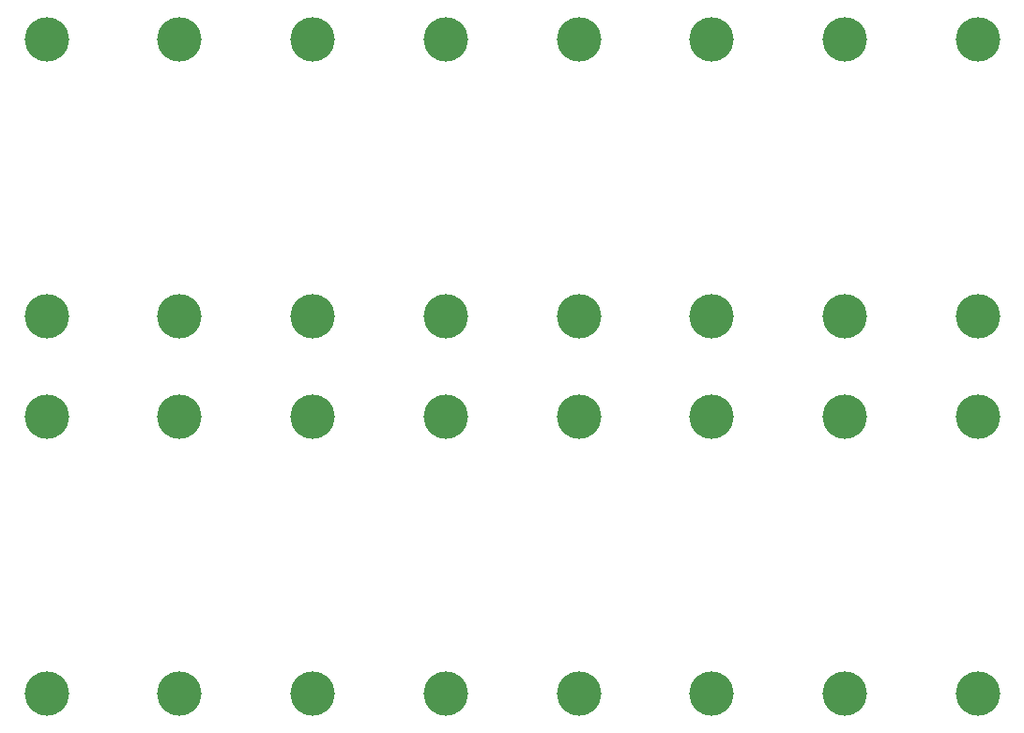
<source format=gbr>
%TF.GenerationSoftware,KiCad,Pcbnew,8.0.2*%
%TF.CreationDate,2024-06-26T22:28:10+07:00*%
%TF.ProjectId,Diode_M7_Panel,44696f64-655f-44d3-975f-50616e656c2e,rev?*%
%TF.SameCoordinates,Original*%
%TF.FileFunction,Soldermask,Bot*%
%TF.FilePolarity,Negative*%
%FSLAX46Y46*%
G04 Gerber Fmt 4.6, Leading zero omitted, Abs format (unit mm)*
G04 Created by KiCad (PCBNEW 8.0.2) date 2024-06-26 22:28:10*
%MOMM*%
%LPD*%
G01*
G04 APERTURE LIST*
%ADD10C,4.000000*%
G04 APERTURE END LIST*
D10*
%TO.C,J2*%
X5000000Y-36500500D03*
%TD*%
%TO.C,J2*%
X41000000Y-70500500D03*
%TD*%
%TO.C,J1*%
X53000000Y-45516125D03*
%TD*%
%TO.C,J2*%
X65000000Y-36500500D03*
%TD*%
%TO.C,J1*%
X65000000Y-11516125D03*
%TD*%
%TO.C,J2*%
X17000000Y-36500500D03*
%TD*%
%TO.C,J1*%
X17000000Y-45516125D03*
%TD*%
%TO.C,J1*%
X77000000Y-45516125D03*
%TD*%
%TO.C,J1*%
X29000000Y-11516125D03*
%TD*%
%TO.C,J1*%
X77000000Y-11516125D03*
%TD*%
%TO.C,J1*%
X29000000Y-45516125D03*
%TD*%
%TO.C,J1*%
X5000000Y-45516125D03*
%TD*%
%TO.C,J1*%
X17000000Y-11516125D03*
%TD*%
%TO.C,J2*%
X5000000Y-70500500D03*
%TD*%
%TO.C,J1*%
X5000000Y-11516125D03*
%TD*%
%TO.C,J1*%
X41000000Y-45516125D03*
%TD*%
%TO.C,J2*%
X77000000Y-36500500D03*
%TD*%
%TO.C,J2*%
X89000000Y-70500500D03*
%TD*%
%TO.C,J2*%
X29000000Y-70500500D03*
%TD*%
%TO.C,J2*%
X53000000Y-36500500D03*
%TD*%
%TO.C,J1*%
X53000000Y-11516125D03*
%TD*%
%TO.C,J2*%
X41000000Y-36500500D03*
%TD*%
%TO.C,J1*%
X89000000Y-45516125D03*
%TD*%
%TO.C,J2*%
X89000000Y-36500500D03*
%TD*%
%TO.C,J2*%
X53000000Y-70500500D03*
%TD*%
%TO.C,J1*%
X65000000Y-45516125D03*
%TD*%
%TO.C,J2*%
X17000000Y-70500500D03*
%TD*%
%TO.C,J2*%
X65000000Y-70500500D03*
%TD*%
%TO.C,J1*%
X41000000Y-11516125D03*
%TD*%
%TO.C,J2*%
X29000000Y-36500500D03*
%TD*%
%TO.C,J1*%
X89000000Y-11516125D03*
%TD*%
%TO.C,J2*%
X77000000Y-70500500D03*
%TD*%
M02*

</source>
